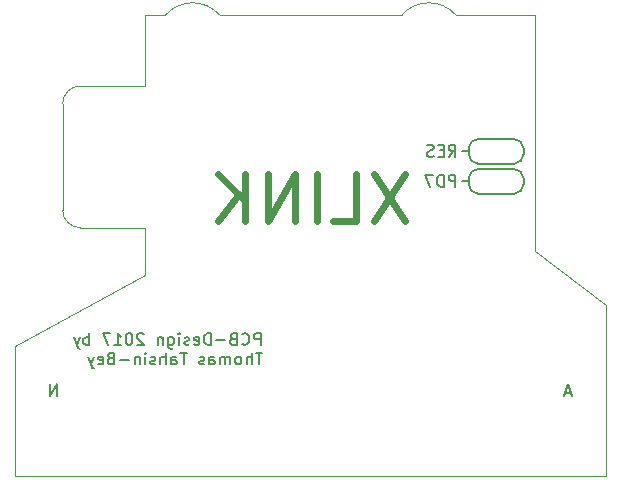
<source format=gbo>
G04 #@! TF.FileFunction,Legend,Bot*
%FSLAX46Y46*%
G04 Gerber Fmt 4.6, Leading zero omitted, Abs format (unit mm)*
G04 Created by KiCad (PCBNEW 4.0.5) date 02/05/17 15:08:45*
%MOMM*%
%LPD*%
G01*
G04 APERTURE LIST*
%ADD10C,0.100000*%
%ADD11C,0.600000*%
%ADD12C,0.200000*%
%ADD13C,0.150000*%
%ADD14R,2.620000X5.160000*%
%ADD15C,3.080000*%
%ADD16C,1.880000*%
%ADD17C,0.880000*%
%ADD18O,2.280000X1.730000*%
%ADD19O,2.280000X1.630000*%
G04 APERTURE END LIST*
D10*
X4000000Y22500000D02*
G75*
G03X5500000Y21000000I1500000J0D01*
G01*
X5500000Y33000000D02*
G75*
G03X4000000Y31500000I0J-1500000D01*
G01*
D11*
X32999999Y25590476D02*
X30333333Y21590476D01*
X30333333Y25590476D02*
X32999999Y21590476D01*
X26904761Y21590476D02*
X28809523Y21590476D01*
X28809523Y25590476D01*
X25571428Y21590476D02*
X25571428Y25590476D01*
X23666666Y21590476D02*
X23666666Y25590476D01*
X21380952Y21590476D01*
X21380952Y25590476D01*
X19476190Y21590476D02*
X19476190Y25590476D01*
X17190476Y21590476D02*
X18904761Y23876190D01*
X17190476Y25590476D02*
X19476190Y23304762D01*
D12*
X38380000Y27220000D02*
G75*
G03X39180000Y26420000I800000J0D01*
G01*
X39180000Y28520000D02*
G75*
G03X38380000Y27720000I0J-800000D01*
G01*
X38380000Y24680000D02*
G75*
G03X39180000Y23880000I800000J0D01*
G01*
X39180000Y25980000D02*
G75*
G03X38380000Y25180000I0J-800000D01*
G01*
X43020000Y27720000D02*
G75*
G03X42220000Y28520000I-800000J0D01*
G01*
X43020000Y25180000D02*
G75*
G03X42220000Y25980000I-800000J0D01*
G01*
X42220000Y23880000D02*
G75*
G03X43020000Y24680000I0J800000D01*
G01*
X42220000Y26420000D02*
G75*
G03X43020000Y27220000I0J800000D01*
G01*
X43020000Y27220000D02*
X43020000Y27720000D01*
X38380000Y27220000D02*
X38380000Y27720000D01*
X43020000Y24680000D02*
X43020000Y25180000D01*
X38380000Y24680000D02*
X38380000Y25180000D01*
X39180000Y23880000D02*
X42220000Y23880000D01*
X39180000Y25980000D02*
X42220000Y25980000D01*
X39180000Y26420000D02*
X42220000Y26420000D01*
X39180000Y28520000D02*
X42220000Y28520000D01*
X37800000Y24930000D02*
X38380000Y24930000D01*
X37800000Y27470000D02*
X38380000Y27470000D01*
D13*
X37261905Y24477619D02*
X37261905Y25477619D01*
X36880952Y25477619D01*
X36785714Y25430000D01*
X36738095Y25382381D01*
X36690476Y25287143D01*
X36690476Y25144286D01*
X36738095Y25049048D01*
X36785714Y25001429D01*
X36880952Y24953810D01*
X37261905Y24953810D01*
X36261905Y24477619D02*
X36261905Y25477619D01*
X36023810Y25477619D01*
X35880952Y25430000D01*
X35785714Y25334762D01*
X35738095Y25239524D01*
X35690476Y25049048D01*
X35690476Y24906190D01*
X35738095Y24715714D01*
X35785714Y24620476D01*
X35880952Y24525238D01*
X36023810Y24477619D01*
X36261905Y24477619D01*
X35357143Y25477619D02*
X34690476Y25477619D01*
X35119048Y24477619D01*
X36690476Y27017619D02*
X37023810Y27493810D01*
X37261905Y27017619D02*
X37261905Y28017619D01*
X36880952Y28017619D01*
X36785714Y27970000D01*
X36738095Y27922381D01*
X36690476Y27827143D01*
X36690476Y27684286D01*
X36738095Y27589048D01*
X36785714Y27541429D01*
X36880952Y27493810D01*
X37261905Y27493810D01*
X36261905Y27541429D02*
X35928571Y27541429D01*
X35785714Y27017619D02*
X36261905Y27017619D01*
X36261905Y28017619D01*
X35785714Y28017619D01*
X35404762Y27065238D02*
X35261905Y27017619D01*
X35023809Y27017619D01*
X34928571Y27065238D01*
X34880952Y27112857D01*
X34833333Y27208095D01*
X34833333Y27303333D01*
X34880952Y27398571D01*
X34928571Y27446190D01*
X35023809Y27493810D01*
X35214286Y27541429D01*
X35309524Y27589048D01*
X35357143Y27636667D01*
X35404762Y27731905D01*
X35404762Y27827143D01*
X35357143Y27922381D01*
X35309524Y27970000D01*
X35214286Y28017619D01*
X34976190Y28017619D01*
X34833333Y27970000D01*
X20761905Y11072619D02*
X20761905Y12072619D01*
X20380952Y12072619D01*
X20285714Y12025000D01*
X20238095Y11977381D01*
X20190476Y11882143D01*
X20190476Y11739286D01*
X20238095Y11644048D01*
X20285714Y11596429D01*
X20380952Y11548810D01*
X20761905Y11548810D01*
X19190476Y11167857D02*
X19238095Y11120238D01*
X19380952Y11072619D01*
X19476190Y11072619D01*
X19619048Y11120238D01*
X19714286Y11215476D01*
X19761905Y11310714D01*
X19809524Y11501190D01*
X19809524Y11644048D01*
X19761905Y11834524D01*
X19714286Y11929762D01*
X19619048Y12025000D01*
X19476190Y12072619D01*
X19380952Y12072619D01*
X19238095Y12025000D01*
X19190476Y11977381D01*
X18428571Y11596429D02*
X18285714Y11548810D01*
X18238095Y11501190D01*
X18190476Y11405952D01*
X18190476Y11263095D01*
X18238095Y11167857D01*
X18285714Y11120238D01*
X18380952Y11072619D01*
X18761905Y11072619D01*
X18761905Y12072619D01*
X18428571Y12072619D01*
X18333333Y12025000D01*
X18285714Y11977381D01*
X18238095Y11882143D01*
X18238095Y11786905D01*
X18285714Y11691667D01*
X18333333Y11644048D01*
X18428571Y11596429D01*
X18761905Y11596429D01*
X17761905Y11453571D02*
X17000000Y11453571D01*
X16523810Y11072619D02*
X16523810Y12072619D01*
X16285715Y12072619D01*
X16142857Y12025000D01*
X16047619Y11929762D01*
X16000000Y11834524D01*
X15952381Y11644048D01*
X15952381Y11501190D01*
X16000000Y11310714D01*
X16047619Y11215476D01*
X16142857Y11120238D01*
X16285715Y11072619D01*
X16523810Y11072619D01*
X15142857Y11120238D02*
X15238095Y11072619D01*
X15428572Y11072619D01*
X15523810Y11120238D01*
X15571429Y11215476D01*
X15571429Y11596429D01*
X15523810Y11691667D01*
X15428572Y11739286D01*
X15238095Y11739286D01*
X15142857Y11691667D01*
X15095238Y11596429D01*
X15095238Y11501190D01*
X15571429Y11405952D01*
X14714286Y11120238D02*
X14619048Y11072619D01*
X14428572Y11072619D01*
X14333333Y11120238D01*
X14285714Y11215476D01*
X14285714Y11263095D01*
X14333333Y11358333D01*
X14428572Y11405952D01*
X14571429Y11405952D01*
X14666667Y11453571D01*
X14714286Y11548810D01*
X14714286Y11596429D01*
X14666667Y11691667D01*
X14571429Y11739286D01*
X14428572Y11739286D01*
X14333333Y11691667D01*
X13857143Y11072619D02*
X13857143Y11739286D01*
X13857143Y12072619D02*
X13904762Y12025000D01*
X13857143Y11977381D01*
X13809524Y12025000D01*
X13857143Y12072619D01*
X13857143Y11977381D01*
X12952381Y11739286D02*
X12952381Y10929762D01*
X13000000Y10834524D01*
X13047619Y10786905D01*
X13142858Y10739286D01*
X13285715Y10739286D01*
X13380953Y10786905D01*
X12952381Y11120238D02*
X13047619Y11072619D01*
X13238096Y11072619D01*
X13333334Y11120238D01*
X13380953Y11167857D01*
X13428572Y11263095D01*
X13428572Y11548810D01*
X13380953Y11644048D01*
X13333334Y11691667D01*
X13238096Y11739286D01*
X13047619Y11739286D01*
X12952381Y11691667D01*
X12476191Y11739286D02*
X12476191Y11072619D01*
X12476191Y11644048D02*
X12428572Y11691667D01*
X12333334Y11739286D01*
X12190476Y11739286D01*
X12095238Y11691667D01*
X12047619Y11596429D01*
X12047619Y11072619D01*
X10857143Y11977381D02*
X10809524Y12025000D01*
X10714286Y12072619D01*
X10476190Y12072619D01*
X10380952Y12025000D01*
X10333333Y11977381D01*
X10285714Y11882143D01*
X10285714Y11786905D01*
X10333333Y11644048D01*
X10904762Y11072619D01*
X10285714Y11072619D01*
X9666667Y12072619D02*
X9571428Y12072619D01*
X9476190Y12025000D01*
X9428571Y11977381D01*
X9380952Y11882143D01*
X9333333Y11691667D01*
X9333333Y11453571D01*
X9380952Y11263095D01*
X9428571Y11167857D01*
X9476190Y11120238D01*
X9571428Y11072619D01*
X9666667Y11072619D01*
X9761905Y11120238D01*
X9809524Y11167857D01*
X9857143Y11263095D01*
X9904762Y11453571D01*
X9904762Y11691667D01*
X9857143Y11882143D01*
X9809524Y11977381D01*
X9761905Y12025000D01*
X9666667Y12072619D01*
X8380952Y11072619D02*
X8952381Y11072619D01*
X8666667Y11072619D02*
X8666667Y12072619D01*
X8761905Y11929762D01*
X8857143Y11834524D01*
X8952381Y11786905D01*
X8047619Y12072619D02*
X7380952Y12072619D01*
X7809524Y11072619D01*
X6238095Y11072619D02*
X6238095Y12072619D01*
X6238095Y11691667D02*
X6142857Y11739286D01*
X5952380Y11739286D01*
X5857142Y11691667D01*
X5809523Y11644048D01*
X5761904Y11548810D01*
X5761904Y11263095D01*
X5809523Y11167857D01*
X5857142Y11120238D01*
X5952380Y11072619D01*
X6142857Y11072619D01*
X6238095Y11120238D01*
X5428571Y11739286D02*
X5190476Y11072619D01*
X4952380Y11739286D02*
X5190476Y11072619D01*
X5285714Y10834524D01*
X5333333Y10786905D01*
X5428571Y10739286D01*
X20904762Y10422619D02*
X20333333Y10422619D01*
X20619048Y9422619D02*
X20619048Y10422619D01*
X20000000Y9422619D02*
X20000000Y10422619D01*
X19571428Y9422619D02*
X19571428Y9946429D01*
X19619047Y10041667D01*
X19714285Y10089286D01*
X19857143Y10089286D01*
X19952381Y10041667D01*
X20000000Y9994048D01*
X18952381Y9422619D02*
X19047619Y9470238D01*
X19095238Y9517857D01*
X19142857Y9613095D01*
X19142857Y9898810D01*
X19095238Y9994048D01*
X19047619Y10041667D01*
X18952381Y10089286D01*
X18809523Y10089286D01*
X18714285Y10041667D01*
X18666666Y9994048D01*
X18619047Y9898810D01*
X18619047Y9613095D01*
X18666666Y9517857D01*
X18714285Y9470238D01*
X18809523Y9422619D01*
X18952381Y9422619D01*
X18190476Y9422619D02*
X18190476Y10089286D01*
X18190476Y9994048D02*
X18142857Y10041667D01*
X18047619Y10089286D01*
X17904761Y10089286D01*
X17809523Y10041667D01*
X17761904Y9946429D01*
X17761904Y9422619D01*
X17761904Y9946429D02*
X17714285Y10041667D01*
X17619047Y10089286D01*
X17476190Y10089286D01*
X17380952Y10041667D01*
X17333333Y9946429D01*
X17333333Y9422619D01*
X16428571Y9422619D02*
X16428571Y9946429D01*
X16476190Y10041667D01*
X16571428Y10089286D01*
X16761905Y10089286D01*
X16857143Y10041667D01*
X16428571Y9470238D02*
X16523809Y9422619D01*
X16761905Y9422619D01*
X16857143Y9470238D01*
X16904762Y9565476D01*
X16904762Y9660714D01*
X16857143Y9755952D01*
X16761905Y9803571D01*
X16523809Y9803571D01*
X16428571Y9851190D01*
X16000000Y9470238D02*
X15904762Y9422619D01*
X15714286Y9422619D01*
X15619047Y9470238D01*
X15571428Y9565476D01*
X15571428Y9613095D01*
X15619047Y9708333D01*
X15714286Y9755952D01*
X15857143Y9755952D01*
X15952381Y9803571D01*
X16000000Y9898810D01*
X16000000Y9946429D01*
X15952381Y10041667D01*
X15857143Y10089286D01*
X15714286Y10089286D01*
X15619047Y10041667D01*
X14523809Y10422619D02*
X13952380Y10422619D01*
X14238095Y9422619D02*
X14238095Y10422619D01*
X13190475Y9422619D02*
X13190475Y9946429D01*
X13238094Y10041667D01*
X13333332Y10089286D01*
X13523809Y10089286D01*
X13619047Y10041667D01*
X13190475Y9470238D02*
X13285713Y9422619D01*
X13523809Y9422619D01*
X13619047Y9470238D01*
X13666666Y9565476D01*
X13666666Y9660714D01*
X13619047Y9755952D01*
X13523809Y9803571D01*
X13285713Y9803571D01*
X13190475Y9851190D01*
X12714285Y9422619D02*
X12714285Y10422619D01*
X12285713Y9422619D02*
X12285713Y9946429D01*
X12333332Y10041667D01*
X12428570Y10089286D01*
X12571428Y10089286D01*
X12666666Y10041667D01*
X12714285Y9994048D01*
X11857142Y9470238D02*
X11761904Y9422619D01*
X11571428Y9422619D01*
X11476189Y9470238D01*
X11428570Y9565476D01*
X11428570Y9613095D01*
X11476189Y9708333D01*
X11571428Y9755952D01*
X11714285Y9755952D01*
X11809523Y9803571D01*
X11857142Y9898810D01*
X11857142Y9946429D01*
X11809523Y10041667D01*
X11714285Y10089286D01*
X11571428Y10089286D01*
X11476189Y10041667D01*
X10999999Y9422619D02*
X10999999Y10089286D01*
X10999999Y10422619D02*
X11047618Y10375000D01*
X10999999Y10327381D01*
X10952380Y10375000D01*
X10999999Y10422619D01*
X10999999Y10327381D01*
X10523809Y10089286D02*
X10523809Y9422619D01*
X10523809Y9994048D02*
X10476190Y10041667D01*
X10380952Y10089286D01*
X10238094Y10089286D01*
X10142856Y10041667D01*
X10095237Y9946429D01*
X10095237Y9422619D01*
X9619047Y9803571D02*
X8857142Y9803571D01*
X8047618Y9946429D02*
X7904761Y9898810D01*
X7857142Y9851190D01*
X7809523Y9755952D01*
X7809523Y9613095D01*
X7857142Y9517857D01*
X7904761Y9470238D01*
X7999999Y9422619D01*
X8380952Y9422619D01*
X8380952Y10422619D01*
X8047618Y10422619D01*
X7952380Y10375000D01*
X7904761Y10327381D01*
X7857142Y10232143D01*
X7857142Y10136905D01*
X7904761Y10041667D01*
X7952380Y9994048D01*
X8047618Y9946429D01*
X8380952Y9946429D01*
X6999999Y9470238D02*
X7095237Y9422619D01*
X7285714Y9422619D01*
X7380952Y9470238D01*
X7428571Y9565476D01*
X7428571Y9946429D01*
X7380952Y10041667D01*
X7285714Y10089286D01*
X7095237Y10089286D01*
X6999999Y10041667D01*
X6952380Y9946429D01*
X6952380Y9851190D01*
X7428571Y9755952D01*
X6619047Y10089286D02*
X6380952Y9422619D01*
X6142856Y10089286D02*
X6380952Y9422619D01*
X6476190Y9184524D01*
X6523809Y9136905D01*
X6619047Y9089286D01*
X47038095Y7033333D02*
X46561904Y7033333D01*
X47133333Y6747619D02*
X46800000Y7747619D01*
X46466666Y6747619D01*
X3485714Y6747619D02*
X3485714Y7747619D01*
X2914285Y6747619D01*
X2914285Y7747619D01*
D10*
X37300000Y39000000D02*
G75*
G03X32700000Y39000000I-2300000J-2000000D01*
G01*
X17300000Y39000000D02*
G75*
G03X12700000Y39000000I-2300000J-2000000D01*
G01*
X17300000Y39000000D02*
X32700000Y39000000D01*
X37300000Y39000000D02*
X44000000Y39000000D01*
X11000000Y39000000D02*
X12700000Y39000000D01*
X11000000Y39000000D02*
X11000000Y33000000D01*
X0Y11000000D02*
X11000000Y17000000D01*
X5500000Y33000000D02*
X11000000Y33000000D01*
X5500000Y21000000D02*
X11000000Y21000000D01*
X4000000Y31500000D02*
X4000000Y22500000D01*
X11000000Y21000000D02*
X11000000Y17000000D01*
X44000000Y39000000D02*
X44000000Y19000000D01*
X44000000Y19000000D02*
X50000000Y14500000D01*
X50000000Y0D02*
X50000000Y14500000D01*
X0Y0D02*
X0Y11000000D01*
X0Y0D02*
X50000000Y0D01*
%LPC*%
D14*
X46778800Y3770000D03*
X42818800Y3770000D03*
X38858800Y3770000D03*
X34898800Y3770000D03*
X30938800Y3770000D03*
X26978800Y3770000D03*
X23021200Y3770000D03*
X19061200Y3770000D03*
X15101200Y3770000D03*
X11141200Y3770000D03*
X7181200Y3770000D03*
X3221200Y3770000D03*
D15*
X15000000Y37000000D03*
X35000000Y37000000D03*
X15000000Y17000000D03*
D16*
X39430000Y27470000D03*
X41970000Y27470000D03*
X39430000Y24930000D03*
X41970000Y24930000D03*
X39430000Y36840000D03*
X41970000Y36840000D03*
X39430000Y34300000D03*
X41970000Y34300000D03*
X39430000Y31760000D03*
X41970000Y31760000D03*
D17*
X8500000Y29500000D03*
X8500000Y24500000D03*
D18*
X9550000Y30725000D03*
X9550000Y23275000D03*
D19*
X5750000Y30875000D03*
X5750000Y23125000D03*
M02*

</source>
